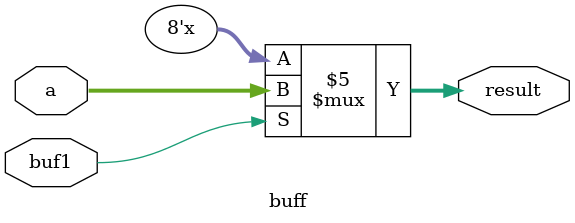
<source format=v>
/*
	summation algorithim, using GDP
	!!! use "my_GDP.v" for Altera products (test bench not applicable)
*/

`timescale 1ns/1ns         // simulation only
`define STEP 10            // combonational time step
`define DEBUG_wave -888    // dumpfile->dumpvars->GTKwave


module testb11;
	wire displayRes;
	wire [7:0] sum;
	reg [7:0] nIn;
	reg start, restart, clk;

	integer i;
	
	GDP main (
				.Sum(sum), 
	          	.start(start), 
	          	.restart(restart), 
	          	.clk(clk), 
	          	.n(nIn),
	          	.done(displayRes)
			);

	always begin
		#2;
		clk = ~clk;
	end
	
	initial begin
		`ifdef DEBUG_wave
            $dumpfile("wave.vcd");
            $dumpvars(0, testb11);
        `endif
		$write("\n testing the summation algorithm on the GDP  ,  n = 0 : 22\n\n");
		start = 1'b1;
		restart = 1'b1;
		clk = 1'b0;
	end

	always begin
		// 22 is a max number //not causing overflow in summation
		for(i = 0; i < 23; i = i + 1)  begin
			nIn <= i;
			start = 1'b0;
			#40 restart = 1'b1;
			
			// Waiting for the work to finish, DispRes (Done)=1
			while(displayRes != 1'b1) begin #5; end
				
			$write(" Input:  %2d  ,  Result:  %3d  ,  Expected:  %3d",
				nIn, sum, i*(i+1)/2);
				
			if(sum == (i*(i+1)/2))  //calculates the sum of 1,2,3,4,5...n
				$display("    -->  Correct!");
			else
				$display("    -->  Incorrect!");
				 
			restart = 1'b0;
			start = 1'b1;
		end
		#`STEP;
		$write("\n\n\t\t ~ ~ ~ TEST COMPLETE ~ ~ ~  %3t  ns\n\n", $time);
		$finish;
	end
endmodule



// Code your design here
// top module combines all other modules, including DP and CU
// Note: nEqZero is the input N=0, that is false condition is //evaluated, just for the convenience
module GDP(Sum, start, restart, clk, n, done);	
	input start, clk, restart;
	input [7:0] n;
	output [7:0] Sum;
	output done;
	
	wire WE, RAE, RBE, OE, nEqZero, IE;
	wire [1:0] WA, RAA, RBA, SH;
	wire [2:0] ALU;
	
 	CU control (IE, WE, WA, RAE, RAA, RBE, RBA, ALU, SH, OE, ~start, clk, ~restart, nEqZero);
	DP datapath (nEqZero, Sum, n, clk, IE, WE, WA, RAE, RAA, RBE, RBA, ALU, SH, OE);
	assign done = OE;
endmodule


////~~~~ control unit
module CU(IE, WE, WA, RAE, RAA, RBE, RBA, ALU, SH, OE, start, clk, restart, nEqZero);

	input start, clk, restart;
	output IE, WE, RAE, RBE, OE;
	output [1:0] WA, RAA, RBA, SH;
	output [2:0] ALU;
	
	input wire nEqZero;
	reg [2:0] state;
	reg [2:0] nextstate;

	parameter S0 = 3'b000;
	parameter S1 = 3'b001;
	parameter S2 = 3'b010;
	parameter S3 = 3'b011;
	parameter S4 = 3'b100;
	
	initial
		state = S0;
	
	// State register
	always @ (posedge clk)
	begin
		state <= nextstate;
	end
	// NS logic
	always @ (*)
		case(state)
			S0: 	if(start) nextstate = S1;
					else 	nextstate = S0;
			S1:	if(nEqZero) nextstate = S4;
					else 	nextstate = S2;
			S2:	nextstate = S3;
			S3:	if(nEqZero) nextstate = S4;
					else 	nextstate = S2;
			S4:	if(restart)	nextstate = S0;
					else	nextstate = S4;
			default: nextstate = S0;
		endcase
		
		// output logic
	assign IE = state == S1;
		
	assign WE = ~state[2];
	assign WA[1] = 0;
	assign WA[0] = ~state[2] && state[0];
		
	assign RAE = ~state[2] && state[1] || ~state[1] && ~state[0];
	assign RAA[1] = 0;
	assign RAA[0] = state == S3;
		
	assign RBE = ~state[2] && ~state[0];
	assign RBA[1] = 0;
	assign RBA[0] = state == S2;
		
	assign ALU[2] = ~state[2] && ~state[0] || ~state[2] && state[1];
	assign ALU[1] = state == S3;
	assign ALU[0] = state == S0 || state == S3;
		
	assign SH[1] = 0;
	assign SH[0] = 0;
	assign OE = state == S4;	
endmodule


////~~~~ data path
module DP(nEQZero, sum, nIn, clk, IE, WE, WA, RAE, RAA, RBE, RBA, ALU, SH, OE);
	input clk, IE, WE, RAE, RBE, OE;
	input [1:0] WA, RAA, RBA, SH;
	input [2:0] ALU;
	input [7:0] nIn;
	
	output nEQZero;
	output wire [7:0] sum;
	
	reg [7:0] rfIn;
	wire [7:0] RFa, RFb, aluOut, shOut, n;
	
	 initial 
	 rfIn = 0;
	 
	always @ (*)
	 rfIn = n;
	
	mux8 muxs (n, shOut, nIn, IE);
	Regfile RF (clk, RAA, RFa, RBA, RFb, WE, WA, rfIn, RAE, RBE);
	alu theALU (aluOut, RFa, RFb, ALU);
	shifter SHIFT (shOut, aluOut, SH);
	buff buffer1 (sum, shOut, OE);
	
	assign nEQZero = (n == 0);  //note: checks the false //condition
endmodule


////~~~~ 2-to-1 mux (sel = 0 -> choose a)
module mux8(result, a, b, sel);

	output reg[7:0] result;
	input[7:0] a;
	input[7:0] b;
	input sel;
	
	always @(*)
		if(sel == 0)
			result = a;
		else
			result = b;
endmodule


////~~~~ register file
module Regfile(
                    input clk,
                    input   [1:0]  RAA,       // Port A Read address 
                    output  [7:0] ReadA,      // Port A
                    input   [1:0] RBA,        // Port B Read address 
                    output  [7:0] ReadB,      // Port B
                    input   WE,               // Write enable 
                    input   [1:0] WA,         // Write port register address
                    input   [7:0] INPUT_D,    // Write data port
                    input   RAE,              // Port A decoder enable
                    input   RBE               // Port B decoder enable
                ); 
	// width          depth
	reg [7:0]  REG_F [0:3];

// Write only when WE is asserted
	always @(posedge clk) 
		if (WE == 1)  REG_F[WA] <= INPUT_D;
     
  //reading to Port A and B, combinational
  assign ReadA = (RAE)? REG_F [RAA]:0; 
  assign ReadB = (RBE)? REG_F [RBA]:0; 
endmodule


////~~~~ ALU
module alu (out,a,b,sel);
    input [7:0] a,b;
    input [2:0] sel; 
    output [7:0] out;
    reg [7:0] out;

    always @ (*) 
    begin 
        case(sel) 
            3'b000: out=a;                  
            3'b001: out=a&b;                  
            3'b010: out=a|b;                  
            3'b011: out=!a;                  
            3'b100: out=a+b;                  
            3'b101: out=a-b;     
            3'b110: out=a+1;                 
            3'b111: out=a-1;                  
        endcase
    end
endmodule


////~~~~ shifter
module shifter (out,a,sh);
    input [7:0] a;
    input [1:0] sh;
    output reg [7:0] out;

    always @ (*) 
    begin 
        case(sh) 
            3'b00: out=a;                  
            3'b01: out=a << 1;                  
            3'b10: out=a >> 1;                  
            3'b11: out={a[6],a[5],a[4],a[3],a[2],a[1],a[0], a[7]} ;
        endcase
    end
endmodule


////~~~~ final buffer
module buff(output reg [7:0] result, input[7:0] a, input buf1);
	always @(*)
		if(buf1 == 1)
			result = a;
		else 
			result = 8'bzzzz_zzzz;		
endmodule


////////~~~~~~~~END>  testb11.v

</source>
